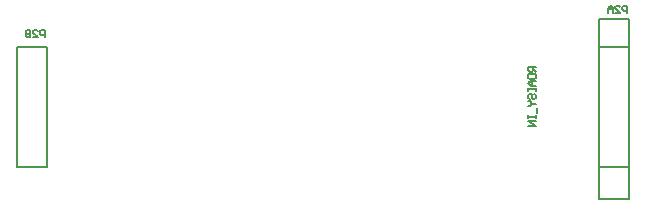
<source format=gbo>
G04 CAM350/DFMSTREAM V11.0 (Build 715) Date:  Thu Jan 31 17:38:16 2019 *
G04 Database: (Untitled) *
G04 Layer 4: pcb2-1 *
%FSTAX43Y43*%
%MOMM*%
%SFA1.000B1.000*%

%MIA0B0*%
%IPPOS*%
%ADD26C,0.20000*%
%ADD27C,0.15000*%
%LNpcb2-1*%
%LPD*%
G54D26*
X0099821Y0069468D02*
G01X0102361D01*
Y0079628*
X0099821Y0069468D02*
G01Y0079628D01*
X0102361*
X0050545Y0069468D02*
G01X0053085D01*
Y0079628*
X0050545Y0069468D02*
G01Y0079628D01*
X0053085*
X0099821Y0082041D02*
G01X0102361D01*
X0099821Y0066801D02*
G01X0102361D01*
Y0082041*
X0099821Y0066801D02*
G01Y0082041D01*
G54D27*
X005292Y0080479D02*
G01Y0081079D01*
X005262*
X005252Y0080979*
Y0080779*
X005262Y0080679*
X005292*
X005192Y0080479D02*
G01X005232D01*
X005192Y0080879*
Y0080979*
X005202Y0081079*
X005222*
X005232Y0080979*
X005172Y0081079D02*
G01Y0080479D01*
X005142*
X005132Y0080579*
Y0080679*
X005142Y0080779*
X005172*
X005142*
X005132Y0080879*
Y0080979*
X005142Y0081079*
X005172*
X0102234Y0082549D02*
G01Y0083149D01*
X0101934*
X0101834Y0083049*
Y0082849*
X0101934Y0082749*
X0102234*
X0101234Y0082549D02*
G01X0101634D01*
X0101234Y0082949*
Y0083049*
X0101334Y0083149*
X0101534*
X0101634Y0083049*
X0101034Y0082549D02*
G01Y0082949D01*
X0100834Y0083149*
X0100635Y0082949*
Y0082549*
Y0082849*
X0101034*
X0094487Y0077977D02*
G01X0093887D01*
Y0077677*
X0093987Y0077577*
X0094187*
X0094287Y0077677*
Y0077977*
Y0077777D02*
G01X0094487Y0077577D01*
X0093887Y0077377D02*
G01X0094487D01*
Y0077077*
X0094387Y0076977*
X0093987*
X0093887Y0077077*
Y0077377*
X0094487Y0076777D02*
G01X0094087D01*
X0093887Y0076577*
X0094087Y0076378*
X0094487*
X0094187*
Y0076777*
X0093887Y0076178D02*
G01Y0075978D01*
Y0076078*
X0094487*
Y0076178*
Y0075978*
X0093987Y0075278D02*
G01X0093887Y0075378D01*
Y0075578*
X0093987Y0075678*
X0094087*
X0094187Y0075578*
Y0075378*
X0094287Y0075278*
X0094387*
X0094487Y0075378*
Y0075578*
X0094387Y0075678*
X0093887Y0075078D02*
G01X0093987D01*
X0094187Y0074878*
X0093987Y0074678*
X0093887*
X0094187Y0074878D02*
G01X0094487D01*
X0094587Y0074478D02*
G01Y0074078D01*
X0093887Y0073878D02*
G01Y0073678D01*
Y0073778*
X0094487*
Y0073878*
Y0073678*
Y0073378D02*
G01X0093887D01*
X0094487Y0072979*
X0093887*
M02*

</source>
